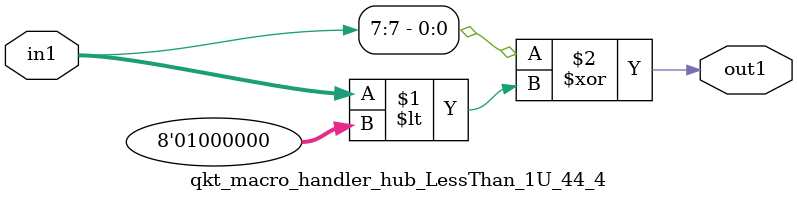
<source format=v>

`timescale 1ps / 1ps


module qkt_macro_handler_hub_LessThan_1U_44_4( in1, out1 );

    input [7:0] in1;
    output out1;

    
    // rtl_process:qkt_macro_handler_hub_LessThan_1U_44_4/qkt_macro_handler_hub_LessThan_1U_44_4_thread_1
    assign out1 = (in1[7] ^ in1 < 8'd064);

endmodule



</source>
